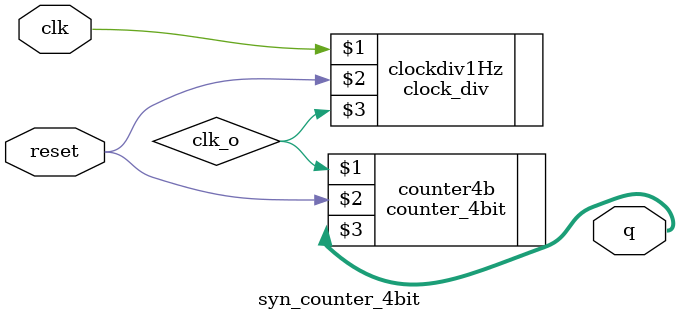
<source format=v>
`timescale 1ns / 1ps
module syn_counter_4bit(
	input clk, reset,
	output [3:0] q
    );
	wire clk_o;
clock_div clockdiv1Hz (clk, reset, clk_o);
counter_4bit counter4b (clk_o, reset, q);

endmodule

</source>
